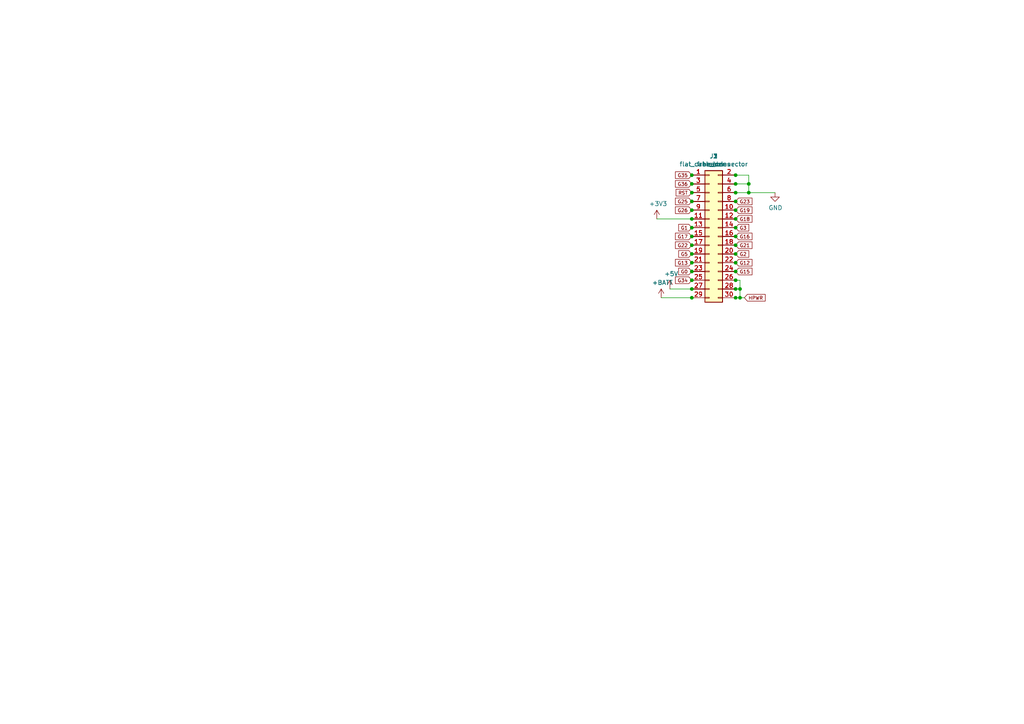
<source format=kicad_sch>
(kicad_sch (version 20230121) (generator eeschema)
  (paper "A4")
  (lib_symbols
    (symbol "Connector_Generic:Conn_02x15_Odd_Even" (pin_names (offset 1.016) hide)
      (property "Reference" "J" (at 1.27 20.32 0))
      (property "Value" "Conn_02x15_Odd_Even" (at 1.27 -20.32 0))
      (symbol "Conn_02x15_Odd_Even_1_1"
        (rectangle (start -1.27 -17.653) (end 0 -17.907) (stroke (width 0.1524)))
        (rectangle (start -1.27 -15.113) (end 0 -15.367) (stroke (width 0.1524)))
        (rectangle (start -1.27 -12.573) (end 0 -12.827) (stroke (width 0.1524)))
        (rectangle (start -1.27 -10.033) (end 0 -10.287) (stroke (width 0.1524)))
        (rectangle (start -1.27 -7.493) (end 0 -7.747) (stroke (width 0.1524)))
        (rectangle (start -1.27 -4.953) (end 0 -5.207) (stroke (width 0.1524)))
        (rectangle (start -1.27 -2.413) (end 0 -2.667) (stroke (width 0.1524)))
        (rectangle (start -1.27 0.127) (end 0 -0.127) (stroke (width 0.1524)))
        (rectangle (start -1.27 2.667) (end 0 2.413) (stroke (width 0.1524)))
        (rectangle (start -1.27 5.207) (end 0 4.953) (stroke (width 0.1524)))
        (rectangle (start -1.27 7.747) (end 0 7.493) (stroke (width 0.1524)))
        (rectangle (start -1.27 10.287) (end 0 10.033) (stroke (width 0.1524)))
        (rectangle (start -1.27 12.827) (end 0 12.573) (stroke (width 0.1524)))
        (rectangle (start -1.27 15.367) (end 0 15.113) (stroke (width 0.1524)))
        (rectangle (start -1.27 17.907) (end 0 17.653) (stroke (width 0.1524)))
        (rectangle (start -1.27 19.05) (end 3.81 -19.05) (stroke (width 0.254)) (fill (type background)))
        (rectangle (start 3.81 -17.653) (end 2.54 -17.907) (stroke (width 0.1524)))
        (rectangle (start 3.81 -15.113) (end 2.54 -15.367) (stroke (width 0.1524)))
        (rectangle (start 3.81 -12.573) (end 2.54 -12.827) (stroke (width 0.1524)))
        (rectangle (start 3.81 -10.033) (end 2.54 -10.287) (stroke (width 0.1524)))
        (rectangle (start 3.81 -7.493) (end 2.54 -7.747) (stroke (width 0.1524)))
        (rectangle (start 3.81 -4.953) (end 2.54 -5.207) (stroke (width 0.1524)))
        (rectangle (start 3.81 -2.413) (end 2.54 -2.667) (stroke (width 0.1524)))
        (rectangle (start 3.81 0.127) (end 2.54 -0.127) (stroke (width 0.1524)))
        (rectangle (start 3.81 2.667) (end 2.54 2.413) (stroke (width 0.1524)))
        (rectangle (start 3.81 5.207) (end 2.54 4.953) (stroke (width 0.1524)))
        (rectangle (start 3.81 7.747) (end 2.54 7.493) (stroke (width 0.1524)))
        (rectangle (start 3.81 10.287) (end 2.54 10.033) (stroke (width 0.1524)))
        (rectangle (start 3.81 12.827) (end 2.54 12.573) (stroke (width 0.1524)))
        (rectangle (start 3.81 15.367) (end 2.54 15.113) (stroke (width 0.1524)))
        (rectangle (start 3.81 17.907) (end 2.54 17.653) (stroke (width 0.1524)))
        (pin passive line (at -5.08 17.78 0) (length 3.81) (name "Pin_1") (number "1"))
        (pin passive line (at 7.62 7.62 180) (length 3.81) (name "Pin_10") (number "10"))
        (pin passive line (at -5.08 5.08 0) (length 3.81) (name "Pin_11") (number "11"))
        (pin passive line (at 7.62 5.08 180) (length 3.81) (name "Pin_12") (number "12"))
        (pin passive line (at -5.08 2.54 0) (length 3.81) (name "Pin_13") (number "13"))
        (pin passive line (at 7.62 2.54 180) (length 3.81) (name "Pin_14") (number "14"))
        (pin passive line (at -5.08 0 0) (length 3.81) (name "Pin_15") (number "15"))
        (pin passive line (at 7.62 0 180) (length 3.81) (name "Pin_16") (number "16"))
        (pin passive line (at -5.08 -2.54 0) (length 3.81) (name "Pin_17") (number "17"))
        (pin passive line (at 7.62 -2.54 180) (length 3.81) (name "Pin_18") (number "18"))
        (pin passive line (at -5.08 -5.08 0) (length 3.81) (name "Pin_19") (number "19"))
        (pin passive line (at 7.62 17.78 180) (length 3.81) (name "Pin_2") (number "2"))
        (pin passive line (at 7.62 -5.08 180) (length 3.81) (name "Pin_20") (number "20"))
        (pin passive line (at -5.08 -7.62 0) (length 3.81) (name "Pin_21") (number "21"))
        (pin passive line (at 7.62 -7.62 180) (length 3.81) (name "Pin_22") (number "22"))
        (pin passive line (at -5.08 -10.16 0) (length 3.81) (name "Pin_23") (number "23"))
        (pin passive line (at 7.62 -10.16 180) (length 3.81) (name "Pin_24") (number "24"))
        (pin passive line (at -5.08 -12.7 0) (length 3.81) (name "Pin_25") (number "25"))
        (pin passive line (at 7.62 -12.7 180) (length 3.81) (name "Pin_26") (number "26"))
        (pin passive line (at -5.08 -15.24 0) (length 3.81) (name "Pin_27") (number "27"))
        (pin passive line (at 7.62 -15.24 180) (length 3.81) (name "Pin_28") (number "28"))
        (pin passive line (at -5.08 -17.78 0) (length 3.81) (name "Pin_29") (number "29"))
        (pin passive line (at -5.08 15.24 0) (length 3.81) (name "Pin_3") (number "3"))
        (pin passive line (at 7.62 -17.78 180) (length 3.81) (name "Pin_30") (number "30"))
        (pin passive line (at 7.62 15.24 180) (length 3.81) (name "Pin_4") (number "4"))
        (pin passive line (at -5.08 12.7 0) (length 3.81) (name "Pin_5") (number "5"))
        (pin passive line (at 7.62 12.7 180) (length 3.81) (name "Pin_6") (number "6"))
        (pin passive line (at -5.08 10.16 0) (length 3.81) (name "Pin_7") (number "7"))
        (pin passive line (at 7.62 10.16 180) (length 3.81) (name "Pin_8") (number "8"))
        (pin passive line (at -5.08 7.62 0) (length 3.81) (name "Pin_9") (number "9"))
      )
    )
    (symbol "power:+5V" (power) (pin_names (offset 0))
      (property "Value" "+5V" (at 0 3.556 0))
      (symbol "+5V_0_1"
        (polyline (pts (xy -0.762 1.27) (xy 0 2.54)))
        (polyline (pts (xy 0 0) (xy 0 2.54)))
        (polyline (pts (xy 0 2.54) (xy 0.762 1.27)))
      )
      (symbol "+5V_1_1"
        (pin power_in line (at 0 0 90) (length 0) hide (name "+5V") (number "1"))
      )
    )
    (symbol "power:+BATT" (power) (pin_names (offset 0))
      (property "Value" "+BATT" (at 0 3.556 0))
      (symbol "+BATT_0_1"
        (polyline (pts (xy -0.762 1.27) (xy 0 2.54)))
        (polyline (pts (xy 0 0) (xy 0 2.54)))
        (polyline (pts (xy 0 2.54) (xy 0.762 1.27)))
      )
      (symbol "+BATT_1_1"
        (pin power_in line (at 0 0 90) (length 0) hide (name "+BATT") (number "1"))
      )
    )
    (symbol "power:GND" (power) (pin_names (offset 0))
      (property "Value" "GND" (at 0 -3.81 0))
      (symbol "GND_0_1"
        (polyline (pts (xy 0 0) (xy 0 -1.27) (xy 1.27 -1.27) (xy 0 -2.54) (xy -1.27 -1.27) (xy 0 -1.27)))
      )
      (symbol "GND_1_1"
        (pin power_in line (at 0 0 270) (length 0) hide (name "GND") (number "1"))
      )
    )
    (symbol "top_pcb-rescue:+3.3V-power" (power) (pin_names (offset 0))
      (property "Value" "+3.3V-power" (at 0 3.556 0))
      (symbol "+3.3V-power_0_1"
        (polyline (pts (xy -0.762 1.27) (xy 0 2.54)))
        (polyline (pts (xy 0 0) (xy 0 2.54)))
        (polyline (pts (xy 0 2.54) (xy 0.762 1.27)))
      )
      (symbol "+3.3V-power_1_1"
        (pin power_in line (at 0 0 90) (length 0) hide (name "+3V3") (number "1"))
      )
    )
  )
  (junction (at 213.36 81.28))
  (junction (at 213.36 73.66))
  (junction (at 213.36 63.5))
  (junction (at 214.63 86.36))
  (junction (at 217.17 55.88))
  (junction (at 200.66 68.58))
  (junction (at 200.66 71.12))
  (junction (at 213.36 68.58))
  (junction (at 213.36 50.8))
  (junction (at 200.66 86.36))
  (junction (at 214.63 83.82))
  (junction (at 213.36 58.42))
  (junction (at 200.66 81.28))
  (junction (at 200.66 63.5))
  (junction (at 217.17 53.34))
  (junction (at 213.36 78.74))
  (junction (at 200.66 58.42))
  (junction (at 200.66 73.66))
  (junction (at 200.66 66.04))
  (junction (at 213.36 60.96))
  (junction (at 213.36 53.34))
  (junction (at 213.36 76.2))
  (junction (at 200.66 60.96))
  (junction (at 200.66 76.2))
  (junction (at 213.36 86.36))
  (junction (at 200.66 55.88))
  (junction (at 213.36 71.12))
  (junction (at 200.66 78.74))
  (junction (at 200.66 53.34))
  (junction (at 213.36 83.82))
  (junction (at 213.36 66.04))
  (junction (at 200.66 50.8))
  (junction (at 200.66 83.82))
  (junction (at 213.36 55.88))
  (wire (pts (xy 214.63 86.36) (xy 214.63 83.82)))
  (wire (pts (xy 213.36 86.36) (xy 214.63 86.36)))
  (wire (pts (xy 214.63 81.28) (xy 213.36 81.28)))
  (wire (pts (xy 213.36 50.8) (xy 217.17 50.8)))
  (wire (pts (xy 214.63 86.36) (xy 215.9 86.36)))
  (wire (pts (xy 213.36 53.34) (xy 217.17 53.34)))
  (wire (pts (xy 217.17 50.8) (xy 217.17 53.34)))
  (wire (pts (xy 217.17 53.34) (xy 217.17 55.88)))
  (wire (pts (xy 214.63 83.82) (xy 214.63 81.28)))
  (wire (pts (xy 217.17 55.88) (xy 224.79 55.88)))
  (wire (pts (xy 200.66 83.82) (xy 194.31 83.82)))
  (wire (pts (xy 200.66 63.5) (xy 190.5 63.5)))
  (wire (pts (xy 191.77 86.36) (xy 200.66 86.36)))
  (wire (pts (xy 213.36 55.88) (xy 217.17 55.88)))
  (wire (pts (xy 213.36 83.82) (xy 214.63 83.82)))
  (global_label "G19" (shape input) (at 213.36 60.96 0) (effects (font (size 0.9906 0.9906))) (property "Intersheetrefs" "${INTERSHEET_REFS}" (effects hide)))
  (global_label "G35" (shape input) (at 200.66 50.8 180) (effects (font (size 0.9906 0.9906))) (property "Intersheetrefs" "${INTERSHEET_REFS}" (effects hide)))
  (global_label "RST" (shape input) (at 200.66 55.88 180) (effects (font (size 0.9906 0.9906))) (property "Intersheetrefs" "${INTERSHEET_REFS}" (effects hide)))
  (global_label "G13" (shape input) (at 200.66 76.2 180) (effects (font (size 0.9906 0.9906))) (property "Intersheetrefs" "${INTERSHEET_REFS}" (effects hide)))
  (global_label "G18" (shape input) (at 213.36 63.5 0) (effects (font (size 0.9906 0.9906))) (property "Intersheetrefs" "${INTERSHEET_REFS}" (effects hide)))
  (global_label "G0" (shape input) (at 200.66 78.74 180) (effects (font (size 0.9906 0.9906))) (property "Intersheetrefs" "${INTERSHEET_REFS}" (effects hide)))
  (global_label "G16" (shape input) (at 213.36 68.58 0) (effects (font (size 0.9906 0.9906))) (property "Intersheetrefs" "${INTERSHEET_REFS}" (effects hide)))
  (global_label "HPWR" (shape input) (at 215.9 86.36 0) (effects (font (size 0.9906 0.9906))) (property "Intersheetrefs" "${INTERSHEET_REFS}" (effects hide)))
  (global_label "G3" (shape input) (at 213.36 66.04 0) (effects (font (size 0.9906 0.9906))) (property "Intersheetrefs" "${INTERSHEET_REFS}" (effects hide)))
  (global_label "G5" (shape input) (at 200.66 73.66 180) (effects (font (size 0.9906 0.9906))) (property "Intersheetrefs" "${INTERSHEET_REFS}" (effects hide)))
  (global_label "G15" (shape input) (at 213.36 78.74 0) (effects (font (size 0.9906 0.9906))) (property "Intersheetrefs" "${INTERSHEET_REFS}" (effects hide)))
  (global_label "G17" (shape input) (at 200.66 68.58 180) (effects (font (size 0.9906 0.9906))) (property "Intersheetrefs" "${INTERSHEET_REFS}" (effects hide)))
  (global_label "G34" (shape input) (at 200.66 81.28 180) (effects (font (size 0.9906 0.9906))) (property "Intersheetrefs" "${INTERSHEET_REFS}" (effects hide)))
  (global_label "G23" (shape input) (at 213.36 58.42 0) (effects (font (size 0.9906 0.9906))) (property "Intersheetrefs" "${INTERSHEET_REFS}" (effects hide)))
  (global_label "G1" (shape input) (at 200.66 66.04 180) (effects (font (size 0.9906 0.9906))) (property "Intersheetrefs" "${INTERSHEET_REFS}" (effects hide)))
  (global_label "G25" (shape input) (at 200.66 58.42 180) (effects (font (size 0.9906 0.9906))) (property "Intersheetrefs" "${INTERSHEET_REFS}" (effects hide)))
  (global_label "G36" (shape input) (at 200.66 53.34 180) (effects (font (size 0.9906 0.9906))) (property "Intersheetrefs" "${INTERSHEET_REFS}" (effects hide)))
  (global_label "G2" (shape input) (at 213.36 73.66 0) (effects (font (size 0.9906 0.9906))) (property "Intersheetrefs" "${INTERSHEET_REFS}" (effects hide)))
  (global_label "G22" (shape input) (at 200.66 71.12 180) (effects (font (size 0.9906 0.9906))) (property "Intersheetrefs" "${INTERSHEET_REFS}" (effects hide)))
  (global_label "G21" (shape input) (at 213.36 71.12 0) (effects (font (size 0.9906 0.9906))) (property "Intersheetrefs" "${INTERSHEET_REFS}" (effects hide)))
  (global_label "G26" (shape input) (at 200.66 60.96 180) (effects (font (size 0.9906 0.9906))) (property "Intersheetrefs" "${INTERSHEET_REFS}" (effects hide)))
  (global_label "G12" (shape input) (at 213.36 76.2 0) (effects (font (size 0.9906 0.9906))) (property "Intersheetrefs" "${INTERSHEET_REFS}" (effects hide)))
  (symbol (lib_id "Connector_Generic:Conn_02x15_Odd_Even") (at 205.74 68.58 0) (unit 1)
    (property "Reference" "J1" (at 207.01 45.2882 0))
    (property "Value" "flat_cable_connector" (at 207.01 47.5996 0))
    (property "Footprint" "Connector_FFC-FPC:Hirose_FH12-30S-0.5SH_1x30-1MP_P0.50mm_Horizontal" (effects hide))
  )
  (symbol (lib_id "Connector_Generic:Conn_02x15_Odd_Even") (at 205.74 68.58 0) (unit 1)
    (property "Reference" "J2" (at 207.01 45.2882 0))
    (property "Value" "header" (at 207.01 47.5996 0))
    (property "Footprint" "footprints:PinHeader_2x15_P2.54mm_Vertical_SMD_for_M5Stack" (effects hide))
  )
  (symbol (lib_id "power:+5V") (at 194.31 83.82 0) (unit 1)
    (property "Reference" "#PWR0105" (effects hide))
    (property "Value" "+5V" (at 194.691 79.4258 0))
  )
  (symbol (lib_id "power:+BATT") (at 191.77 86.36 0) (unit 1)
    (property "Reference" "#PWR0106" (effects hide))
    (property "Value" "+BATT" (at 192.151 81.9658 0))
  )
  (symbol (lib_id "power:GND") (at 224.79 55.88 0) (unit 1)
    (property "Reference" "#PWR0109" (effects hide))
    (property "Value" "GND" (at 224.917 60.2742 0))
  )
  (symbol (lib_id "top_pcb-rescue:+3.3V-power") (at 190.5 63.5 0) (unit 1)
    (property "Reference" "#PWR0113" (effects hide))
    (property "Value" "+3.3V" (at 190.881 59.1058 0))
  )
  (symbol (lib_id "Connector_Generic:Conn_02x15_Odd_Even") (at 205.74 68.58 0) (unit 1)
    (property "Reference" "J3" (at 207.01 45.2882 0))
    (property "Value" "free_holes" (at 207.01 47.5996 0))
    (property "Footprint" "footprints:PinHeader_1x30_P1.27mm_Vertical_without_silks" (effects hide))
  )
)
</source>
